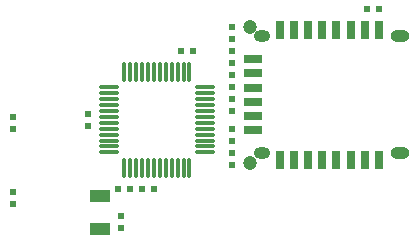
<source format=gbp>
G04 Layer_Color=128*
%FSLAX42Y42*%
%MOMM*%
G71*
G01*
G75*
%ADD13R,0.60X0.50*%
%ADD14R,0.50X0.60*%
%ADD27R,1.80X1.00*%
%ADD28O,0.30X1.80*%
%ADD29O,1.80X0.30*%
%ADD30C,1.20*%
%ADD31R,0.80X1.50*%
%ADD32R,1.50X0.80*%
%ADD33O,1.60X1.00*%
%ADD34O,1.40X1.00*%
D13*
X3225Y2642D02*
D03*
X3125D02*
D03*
X1219Y1118D02*
D03*
X1319D02*
D03*
X1017D02*
D03*
X1117D02*
D03*
X1650Y2286D02*
D03*
X1550D02*
D03*
D14*
X762Y1652D02*
D03*
Y1752D02*
D03*
X1981Y1321D02*
D03*
Y1421D02*
D03*
X1041Y788D02*
D03*
Y888D02*
D03*
X127Y1726D02*
D03*
Y1626D02*
D03*
Y991D02*
D03*
Y1091D02*
D03*
X1981Y2082D02*
D03*
Y1982D02*
D03*
Y2487D02*
D03*
Y2387D02*
D03*
Y1624D02*
D03*
Y1524D02*
D03*
Y1778D02*
D03*
Y1878D02*
D03*
Y2186D02*
D03*
Y2286D02*
D03*
D27*
X864Y775D02*
D03*
Y1054D02*
D03*
D28*
X1071Y1297D02*
D03*
X1121D02*
D03*
X1171D02*
D03*
X1221D02*
D03*
X1271D02*
D03*
X1321D02*
D03*
X1371D02*
D03*
X1421D02*
D03*
X1471D02*
D03*
X1521D02*
D03*
X1571D02*
D03*
X1621D02*
D03*
Y2107D02*
D03*
X1571D02*
D03*
X1521D02*
D03*
X1471D02*
D03*
X1421D02*
D03*
X1371D02*
D03*
X1321D02*
D03*
X1271D02*
D03*
X1221D02*
D03*
X1171D02*
D03*
X1121D02*
D03*
X1071D02*
D03*
D29*
X1751Y1427D02*
D03*
Y1477D02*
D03*
Y1527D02*
D03*
Y1577D02*
D03*
Y1627D02*
D03*
Y1677D02*
D03*
Y1727D02*
D03*
Y1777D02*
D03*
Y1827D02*
D03*
Y1877D02*
D03*
Y1927D02*
D03*
Y1977D02*
D03*
X941D02*
D03*
Y1927D02*
D03*
Y1877D02*
D03*
Y1827D02*
D03*
Y1777D02*
D03*
Y1727D02*
D03*
Y1677D02*
D03*
Y1627D02*
D03*
Y1577D02*
D03*
Y1527D02*
D03*
Y1477D02*
D03*
Y1427D02*
D03*
D30*
X2135Y2490D02*
D03*
Y1340D02*
D03*
D31*
X2385Y1365D02*
D03*
X2505D02*
D03*
X2625D02*
D03*
X2745D02*
D03*
X2865D02*
D03*
X2985D02*
D03*
X3105D02*
D03*
X3225D02*
D03*
Y2465D02*
D03*
X3105D02*
D03*
X2985D02*
D03*
X2865D02*
D03*
X2745D02*
D03*
X2625D02*
D03*
X2505D02*
D03*
X2385D02*
D03*
D32*
X2160Y1615D02*
D03*
Y1735D02*
D03*
Y1855D02*
D03*
Y1975D02*
D03*
Y2095D02*
D03*
Y2215D02*
D03*
D33*
X3405Y1420D02*
D03*
Y2410D02*
D03*
D34*
X2235Y1420D02*
D03*
Y2410D02*
D03*
M02*

</source>
